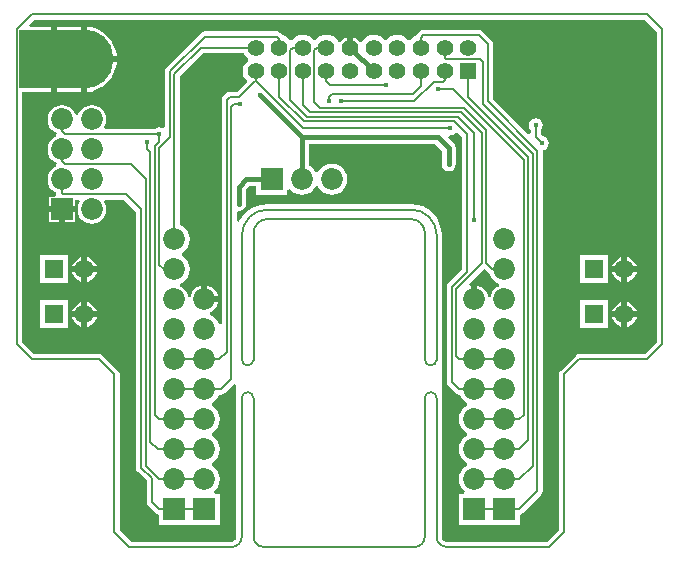
<source format=gbl>
G04 Layer_Physical_Order=2*
G04 Layer_Color=16711680*
%FSLAX43Y43*%
%MOMM*%
G71*
G01*
G75*
%ADD10R,6.000X5.000*%
%ADD19C,0.381*%
%ADD20C,0.127*%
%ADD21R,1.850X1.850*%
%ADD22C,1.850*%
%ADD23C,5.000*%
%ADD24R,1.850X1.850*%
%ADD25C,1.600*%
%ADD26R,1.600X1.600*%
%ADD27R,1.400X1.400*%
%ADD28C,1.400*%
%ADD29C,0.406*%
G36*
X39939Y-21910D02*
X39939Y-21910D01*
X40015Y-21962D01*
X40134Y-22249D01*
X40344Y-22521D01*
X40616Y-22731D01*
X40820Y-22815D01*
Y-23042D01*
X40680Y-23100D01*
X40434Y-23289D01*
X40245Y-23535D01*
X40126Y-23822D01*
X40111Y-23940D01*
X39899D01*
X39884Y-23822D01*
X39765Y-23535D01*
X39576Y-23289D01*
X39330Y-23100D01*
X39043Y-22981D01*
X38989Y-22974D01*
Y-24130D01*
X38481D01*
Y-22974D01*
X38427Y-22981D01*
X38395Y-22995D01*
X38276Y-22817D01*
X39561Y-21532D01*
X39939Y-21910D01*
D02*
G37*
G36*
X19266Y-3355D02*
X19439Y-3581D01*
X19573Y-3684D01*
X19579Y-3695D01*
Y-3925D01*
X19573Y-3936D01*
X19439Y-4039D01*
X19266Y-4265D01*
X19157Y-4528D01*
X19120Y-4810D01*
X19157Y-5092D01*
X19266Y-5355D01*
X19439Y-5581D01*
X19446Y-5694D01*
X18608Y-6532D01*
X18035D01*
X18035Y-6532D01*
X17862Y-6566D01*
X17715Y-6665D01*
X17715Y-6665D01*
X17460Y-6920D01*
X17361Y-7067D01*
X17327Y-7240D01*
Y-26213D01*
X17117Y-26255D01*
X17016Y-26011D01*
X16806Y-25739D01*
X16534Y-25529D01*
X16330Y-25445D01*
Y-25218D01*
X16470Y-25160D01*
X16716Y-24971D01*
X16905Y-24725D01*
X17024Y-24438D01*
X17031Y-24384D01*
X15875D01*
Y-24130D01*
X15621D01*
Y-22974D01*
X15567Y-22981D01*
X15280Y-23100D01*
X15034Y-23289D01*
X14845Y-23535D01*
X14726Y-23822D01*
X14711Y-23940D01*
X14499D01*
X14484Y-23822D01*
X14365Y-23535D01*
X14176Y-23289D01*
X13930Y-23100D01*
X13790Y-23042D01*
Y-22815D01*
X13994Y-22731D01*
X14266Y-22521D01*
X14476Y-22249D01*
X14607Y-21931D01*
X14652Y-21590D01*
X14607Y-21249D01*
X14476Y-20931D01*
X14266Y-20659D01*
X13994Y-20449D01*
X13935Y-20425D01*
Y-20215D01*
X13994Y-20191D01*
X14266Y-19981D01*
X14476Y-19709D01*
X14607Y-19391D01*
X14652Y-19050D01*
X14607Y-18709D01*
X14476Y-18391D01*
X14266Y-18119D01*
X13994Y-17909D01*
X13788Y-17824D01*
Y-5268D01*
X15793Y-3263D01*
X19228D01*
X19266Y-3355D01*
D02*
G37*
G36*
X54157Y-1458D02*
Y-27752D01*
X53152Y-28757D01*
X47625D01*
X47625Y-28757D01*
X47452Y-28791D01*
X47305Y-28890D01*
X47305Y-28890D01*
X46035Y-30160D01*
X45936Y-30307D01*
X45902Y-30480D01*
Y-43627D01*
X44897Y-44632D01*
X36564D01*
X36354Y-44632D01*
X36165Y-44581D01*
X36073Y-44519D01*
X36012Y-44427D01*
X35961Y-44239D01*
X35961Y-44239D01*
X35961Y-44029D01*
X35961Y-32520D01*
X35961Y-32520D01*
Y-18669D01*
X35964D01*
X35914Y-18160D01*
X35766Y-17671D01*
X35525Y-17221D01*
X35201Y-16826D01*
X34806Y-16502D01*
X34356Y-16261D01*
X33867Y-16113D01*
X33359Y-16063D01*
Y-16067D01*
X21202D01*
X21197Y-16068D01*
X20788Y-16100D01*
X20584Y-16149D01*
X20557Y-16152D01*
X20514Y-16166D01*
X20384Y-16197D01*
X20289Y-16236D01*
X20273Y-16241D01*
X20248Y-16253D01*
X20246Y-16254D01*
X20197Y-16270D01*
X20187Y-16276D01*
X20176Y-16278D01*
X20049Y-16329D01*
X20020Y-16348D01*
X20000Y-16356D01*
X19995Y-16359D01*
X19978Y-16366D01*
X19911Y-16410D01*
X19646Y-16573D01*
X19330Y-16843D01*
X19060Y-17159D01*
X18843Y-17513D01*
X18824Y-17559D01*
X18614Y-17517D01*
Y-16737D01*
X18777Y-16604D01*
X18809Y-16610D01*
X19037Y-16565D01*
X19230Y-16436D01*
X19359Y-16243D01*
X19405Y-16015D01*
X19392Y-15950D01*
Y-14833D01*
X19672Y-14553D01*
X20284D01*
Y-15276D01*
X22896D01*
Y-14852D01*
X23106Y-14781D01*
X23199Y-14901D01*
X23471Y-15111D01*
X23789Y-15242D01*
X24130Y-15287D01*
X24471Y-15242D01*
X24789Y-15111D01*
X25061Y-14901D01*
X25271Y-14629D01*
X25295Y-14570D01*
X25505D01*
X25529Y-14629D01*
X25739Y-14901D01*
X26011Y-15111D01*
X26329Y-15242D01*
X26670Y-15287D01*
X27011Y-15242D01*
X27329Y-15111D01*
X27601Y-14901D01*
X27811Y-14629D01*
X27942Y-14311D01*
X27987Y-13970D01*
X27942Y-13629D01*
X27811Y-13311D01*
X27601Y-13039D01*
X27329Y-12829D01*
X27011Y-12698D01*
X26670Y-12653D01*
X26329Y-12698D01*
X26011Y-12829D01*
X25739Y-13039D01*
X25529Y-13311D01*
X25505Y-13370D01*
X25295D01*
X25271Y-13311D01*
X25061Y-13039D01*
X24789Y-12829D01*
X24713Y-12798D01*
Y-10934D01*
X35383D01*
X35993Y-11544D01*
Y-12635D01*
X35980Y-12700D01*
X36026Y-12928D01*
X36155Y-13121D01*
X36348Y-13250D01*
X36576Y-13296D01*
X36804Y-13250D01*
X36997Y-13121D01*
X37126Y-12928D01*
X37172Y-12700D01*
X37159Y-12635D01*
Y-11303D01*
X37114Y-11080D01*
X36988Y-10891D01*
X36523Y-10426D01*
X36626Y-10232D01*
X36703Y-10248D01*
X36931Y-10202D01*
X37124Y-10073D01*
X37132Y-10062D01*
X37341Y-10042D01*
X37647Y-10348D01*
Y-21625D01*
X36510Y-22763D01*
X36411Y-22910D01*
X36377Y-23083D01*
Y-31115D01*
X36411Y-31288D01*
X36510Y-31435D01*
X37145Y-32070D01*
X37145Y-32070D01*
X37292Y-32169D01*
X37465Y-32203D01*
X37509D01*
X37594Y-32409D01*
X37804Y-32681D01*
X38076Y-32891D01*
X38135Y-32915D01*
Y-33125D01*
X38076Y-33149D01*
X37804Y-33359D01*
X37594Y-33631D01*
X37463Y-33949D01*
X37418Y-34290D01*
X37463Y-34631D01*
X37594Y-34949D01*
X37804Y-35221D01*
X38076Y-35431D01*
X38135Y-35455D01*
Y-35665D01*
X38076Y-35689D01*
X37804Y-35899D01*
X37594Y-36171D01*
X37463Y-36489D01*
X37418Y-36830D01*
X37463Y-37171D01*
X37594Y-37489D01*
X37804Y-37761D01*
X38076Y-37971D01*
X38135Y-37995D01*
Y-38205D01*
X38076Y-38229D01*
X37804Y-38439D01*
X37594Y-38711D01*
X37463Y-39029D01*
X37418Y-39370D01*
X37463Y-39711D01*
X37594Y-40029D01*
X37804Y-40301D01*
X37924Y-40394D01*
X37853Y-40604D01*
X37429D01*
Y-43216D01*
X42581D01*
Y-42356D01*
X42718Y-42329D01*
X42865Y-42230D01*
X44389Y-40706D01*
X44488Y-40559D01*
X44522Y-40386D01*
Y-11557D01*
X44512Y-11505D01*
X44678Y-11472D01*
X44871Y-11343D01*
X45000Y-11150D01*
X45046Y-10922D01*
X45000Y-10694D01*
X44871Y-10501D01*
X44678Y-10372D01*
X44507Y-10338D01*
X44395Y-10226D01*
Y-9771D01*
X44492Y-9626D01*
X44538Y-9398D01*
X44492Y-9170D01*
X44363Y-8977D01*
X44170Y-8848D01*
X43942Y-8802D01*
X43714Y-8848D01*
X43521Y-8977D01*
X43392Y-9170D01*
X43346Y-9398D01*
X43392Y-9626D01*
X43489Y-9771D01*
Y-10061D01*
X43295Y-10142D01*
X40331Y-7178D01*
Y-2540D01*
X40297Y-2367D01*
X40198Y-2220D01*
X39436Y-1458D01*
X39289Y-1359D01*
X39116Y-1325D01*
X34417D01*
X34417Y-1325D01*
X34244Y-1359D01*
X34097Y-1458D01*
X34097Y-1458D01*
X33890Y-1665D01*
X33791Y-1812D01*
X33791Y-1814D01*
X33665Y-1866D01*
X33439Y-2039D01*
X33336Y-2173D01*
X33325Y-2179D01*
X33095D01*
X33084Y-2173D01*
X32981Y-2039D01*
X32755Y-1866D01*
X32492Y-1757D01*
X32210Y-1720D01*
X31928Y-1757D01*
X31665Y-1866D01*
X31439Y-2039D01*
X31336Y-2173D01*
X31325Y-2179D01*
X31095D01*
X31084Y-2173D01*
X30981Y-2039D01*
X30755Y-1866D01*
X30492Y-1757D01*
X30210Y-1720D01*
X29928Y-1757D01*
X29665Y-1866D01*
X29439Y-2039D01*
X29266Y-2265D01*
X29255Y-2291D01*
X29136Y-2312D01*
X29023Y-2302D01*
X28890Y-2130D01*
X28691Y-1977D01*
X28464Y-1883D01*
Y-2810D01*
X27956D01*
Y-1883D01*
X27729Y-1977D01*
X27530Y-2130D01*
X27397Y-2302D01*
X27284Y-2312D01*
X27165Y-2291D01*
X27154Y-2265D01*
X26981Y-2039D01*
X26755Y-1866D01*
X26492Y-1757D01*
X26210Y-1720D01*
X25928Y-1757D01*
X25665Y-1866D01*
X25439Y-2039D01*
X25336Y-2173D01*
X25325Y-2179D01*
X25095D01*
X25084Y-2173D01*
X24981Y-2039D01*
X24755Y-1866D01*
X24492Y-1757D01*
X24210Y-1720D01*
X23928Y-1757D01*
X23665Y-1866D01*
X23439Y-2039D01*
X23336Y-2173D01*
X23325Y-2179D01*
X23095D01*
X23084Y-2173D01*
X22981Y-2039D01*
X22755Y-1866D01*
X22501Y-1761D01*
X22313Y-1572D01*
X22166Y-1474D01*
X21992Y-1439D01*
X15887D01*
X15714Y-1474D01*
X15567Y-1572D01*
X15567Y-1572D01*
X12634Y-4506D01*
X12535Y-4653D01*
X12501Y-4826D01*
Y-9496D01*
X12293Y-9610D01*
X12065Y-9564D01*
X11837Y-9610D01*
X11692Y-9707D01*
X7481D01*
X7389Y-9518D01*
X7404Y-9498D01*
X7525Y-9205D01*
X7567Y-8890D01*
X7525Y-8575D01*
X7404Y-8282D01*
X7210Y-8030D01*
X6958Y-7836D01*
X6665Y-7715D01*
X6350Y-7673D01*
X6035Y-7715D01*
X5742Y-7836D01*
X5490Y-8030D01*
X5296Y-8282D01*
X5189Y-8540D01*
X5080Y-8559D01*
X4971Y-8540D01*
X4864Y-8282D01*
X4670Y-8030D01*
X4418Y-7836D01*
X4125Y-7715D01*
X3810Y-7673D01*
X3495Y-7715D01*
X3202Y-7836D01*
X2950Y-8030D01*
X2756Y-8282D01*
X2635Y-8575D01*
X2593Y-8890D01*
X2635Y-9205D01*
X2756Y-9498D01*
X2950Y-9750D01*
X3202Y-9944D01*
X3379Y-10017D01*
X3391Y-10079D01*
X3308Y-10332D01*
X3202Y-10376D01*
X2950Y-10570D01*
X2756Y-10822D01*
X2635Y-11115D01*
X2593Y-11430D01*
X2635Y-11745D01*
X2756Y-12038D01*
X2950Y-12290D01*
X3202Y-12484D01*
X3379Y-12557D01*
X3391Y-12619D01*
X3308Y-12872D01*
X3202Y-12916D01*
X2950Y-13110D01*
X2756Y-13362D01*
X2635Y-13655D01*
X2593Y-13970D01*
X2635Y-14285D01*
X2756Y-14578D01*
X2950Y-14830D01*
X3202Y-15024D01*
X3276Y-15055D01*
X3333Y-15253D01*
X3212Y-15431D01*
X2730D01*
Y-16256D01*
X3810D01*
X4890D01*
Y-15693D01*
X5219D01*
X5311Y-15882D01*
X5296Y-15902D01*
X5175Y-16195D01*
X5133Y-16510D01*
X5175Y-16825D01*
X5296Y-17118D01*
X5490Y-17370D01*
X5742Y-17564D01*
X6035Y-17685D01*
X6350Y-17727D01*
X6665Y-17685D01*
X6958Y-17564D01*
X7210Y-17370D01*
X7404Y-17118D01*
X7525Y-16825D01*
X7567Y-16510D01*
X7525Y-16195D01*
X7404Y-15902D01*
X7389Y-15882D01*
X7481Y-15693D01*
X9083D01*
X10088Y-16698D01*
Y-38385D01*
X10122Y-38558D01*
X10221Y-38705D01*
X10977Y-39462D01*
Y-41275D01*
X11011Y-41448D01*
X11110Y-41595D01*
X11745Y-42230D01*
X11745Y-42230D01*
X11892Y-42329D01*
X12029Y-42356D01*
Y-43216D01*
X17181D01*
Y-40604D01*
X16757D01*
X16686Y-40394D01*
X16806Y-40301D01*
X17016Y-40029D01*
X17147Y-39711D01*
X17192Y-39370D01*
X17147Y-39029D01*
X17016Y-38711D01*
X16806Y-38439D01*
X16534Y-38229D01*
X16475Y-38205D01*
Y-37995D01*
X16534Y-37971D01*
X16806Y-37761D01*
X17016Y-37489D01*
X17147Y-37171D01*
X17192Y-36830D01*
X17147Y-36489D01*
X17016Y-36171D01*
X16806Y-35899D01*
X16534Y-35689D01*
X16475Y-35665D01*
Y-35455D01*
X16534Y-35431D01*
X16806Y-35221D01*
X17016Y-34949D01*
X17147Y-34631D01*
X17192Y-34290D01*
X17147Y-33949D01*
X17016Y-33631D01*
X16806Y-33359D01*
X16534Y-33149D01*
X16475Y-33125D01*
Y-32915D01*
X16534Y-32891D01*
X16806Y-32681D01*
X17016Y-32409D01*
X17101Y-32203D01*
X17272D01*
X17445Y-32169D01*
X17592Y-32070D01*
X18344Y-31319D01*
X18554Y-31406D01*
Y-32520D01*
X18554Y-32520D01*
X18554Y-44239D01*
X18556Y-44248D01*
X18528Y-44390D01*
X18442Y-44519D01*
X18313Y-44605D01*
X18170Y-44634D01*
X18161Y-44632D01*
X9713D01*
X8708Y-43627D01*
Y-30480D01*
X8708Y-30480D01*
X8674Y-30307D01*
X8575Y-30160D01*
X8575Y-30160D01*
X7305Y-28890D01*
X7158Y-28791D01*
X6985Y-28757D01*
X1458D01*
X453Y-27752D01*
Y-6564D01*
X2921D01*
Y-3810D01*
Y-1056D01*
X1129D01*
X1049Y-862D01*
X1458Y-453D01*
X53152D01*
X54157Y-1458D01*
D02*
G37*
%LPC*%
G36*
X16129Y-22974D02*
Y-23876D01*
X17031D01*
X17024Y-23822D01*
X16905Y-23535D01*
X16716Y-23289D01*
X16470Y-23100D01*
X16183Y-22981D01*
X16129Y-22974D01*
D02*
G37*
G36*
X51181Y-24370D02*
X51160Y-24373D01*
X50903Y-24479D01*
X50683Y-24648D01*
X50514Y-24868D01*
X50408Y-25125D01*
X50405Y-25146D01*
X51181D01*
Y-24370D01*
D02*
G37*
G36*
X5969D02*
Y-25146D01*
X6745D01*
X6742Y-25125D01*
X6636Y-24868D01*
X6467Y-24648D01*
X6247Y-24479D01*
X5990Y-24373D01*
X5969Y-24370D01*
D02*
G37*
G36*
X51689D02*
Y-25146D01*
X52465D01*
X52462Y-25125D01*
X52356Y-24868D01*
X52187Y-24648D01*
X51967Y-24479D01*
X51710Y-24373D01*
X51689Y-24370D01*
D02*
G37*
G36*
X4356Y-20409D02*
X1994D01*
Y-22771D01*
X4356D01*
Y-20409D01*
D02*
G37*
G36*
X5461Y-24370D02*
X5440Y-24373D01*
X5183Y-24479D01*
X4963Y-24648D01*
X4794Y-24868D01*
X4688Y-25125D01*
X4685Y-25146D01*
X5461D01*
Y-24370D01*
D02*
G37*
G36*
Y-25654D02*
X4685D01*
X4688Y-25675D01*
X4794Y-25932D01*
X4963Y-26152D01*
X5183Y-26321D01*
X5440Y-26427D01*
X5461Y-26430D01*
Y-25654D01*
D02*
G37*
G36*
X50076Y-24219D02*
X47714D01*
Y-26581D01*
X50076D01*
Y-24219D01*
D02*
G37*
G36*
X4356D02*
X1994D01*
Y-26581D01*
X4356D01*
Y-24219D01*
D02*
G37*
G36*
X52465Y-25654D02*
X51689D01*
Y-26430D01*
X51710Y-26427D01*
X51967Y-26321D01*
X52187Y-26152D01*
X52356Y-25932D01*
X52462Y-25675D01*
X52465Y-25654D01*
D02*
G37*
G36*
X51181D02*
X50405D01*
X50408Y-25675D01*
X50514Y-25932D01*
X50683Y-26152D01*
X50903Y-26321D01*
X51160Y-26427D01*
X51181Y-26430D01*
Y-25654D01*
D02*
G37*
G36*
X6745D02*
X5969D01*
Y-26430D01*
X5990Y-26427D01*
X6247Y-26321D01*
X6467Y-26152D01*
X6636Y-25932D01*
X6742Y-25675D01*
X6745Y-25654D01*
D02*
G37*
G36*
X3556Y-16764D02*
X2730D01*
Y-17590D01*
X3556D01*
Y-16764D01*
D02*
G37*
G36*
X51689Y-20560D02*
Y-21336D01*
X52465D01*
X52462Y-21315D01*
X52356Y-21058D01*
X52187Y-20838D01*
X51967Y-20669D01*
X51710Y-20563D01*
X51689Y-20560D01*
D02*
G37*
G36*
X51181D02*
X51160Y-20563D01*
X50903Y-20669D01*
X50683Y-20838D01*
X50514Y-21058D01*
X50408Y-21315D01*
X50405Y-21336D01*
X51181D01*
Y-20560D01*
D02*
G37*
G36*
X4890Y-16764D02*
X4064D01*
Y-17590D01*
X4890D01*
Y-16764D01*
D02*
G37*
G36*
X6429Y-1056D02*
X5969D01*
Y-3556D01*
X8458D01*
X8444Y-3378D01*
X8342Y-2956D01*
X8176Y-2556D01*
X7950Y-2186D01*
X7668Y-1857D01*
X7339Y-1575D01*
X6969Y-1349D01*
X6569Y-1183D01*
X6429Y-1149D01*
Y-1056D01*
D02*
G37*
G36*
X8458Y-4064D02*
X5969D01*
Y-6564D01*
X6429D01*
Y-6471D01*
X6569Y-6437D01*
X6969Y-6271D01*
X7339Y-6045D01*
X7668Y-5763D01*
X7950Y-5434D01*
X8176Y-5064D01*
X8342Y-4664D01*
X8444Y-4242D01*
X8458Y-4064D01*
D02*
G37*
G36*
X5461Y-1056D02*
X3429D01*
Y-3810D01*
Y-6564D01*
X5461D01*
Y-3810D01*
Y-1056D01*
D02*
G37*
G36*
X6745Y-21844D02*
X5969D01*
Y-22620D01*
X5990Y-22617D01*
X6247Y-22511D01*
X6467Y-22342D01*
X6636Y-22122D01*
X6742Y-21865D01*
X6745Y-21844D01*
D02*
G37*
G36*
X5461D02*
X4685D01*
X4688Y-21865D01*
X4794Y-22122D01*
X4963Y-22342D01*
X5183Y-22511D01*
X5440Y-22617D01*
X5461Y-22620D01*
Y-21844D01*
D02*
G37*
G36*
X50076Y-20409D02*
X47714D01*
Y-22771D01*
X50076D01*
Y-20409D01*
D02*
G37*
G36*
X51181Y-21844D02*
X50405D01*
X50408Y-21865D01*
X50514Y-22122D01*
X50683Y-22342D01*
X50903Y-22511D01*
X51160Y-22617D01*
X51181Y-22620D01*
Y-21844D01*
D02*
G37*
G36*
X5969Y-20560D02*
Y-21336D01*
X6745D01*
X6742Y-21315D01*
X6636Y-21058D01*
X6467Y-20838D01*
X6247Y-20669D01*
X5990Y-20563D01*
X5969Y-20560D01*
D02*
G37*
G36*
X5461D02*
X5440Y-20563D01*
X5183Y-20669D01*
X4963Y-20838D01*
X4794Y-21058D01*
X4688Y-21315D01*
X4685Y-21336D01*
X5461D01*
Y-20560D01*
D02*
G37*
G36*
X52465Y-21844D02*
X51689D01*
Y-22620D01*
X51710Y-22617D01*
X51967Y-22511D01*
X52187Y-22342D01*
X52356Y-22122D01*
X52462Y-21865D01*
X52465Y-21844D01*
D02*
G37*
%LPD*%
D10*
X3175Y-3810D02*
D03*
D19*
X24130Y-13970D02*
Y-10351D01*
X20574Y-6795D02*
X24130Y-10351D01*
X35624D01*
X36576Y-11303D01*
Y-12700D02*
Y-11303D01*
X19431Y-13970D02*
X21590D01*
X18809Y-16015D02*
Y-14592D01*
X28210Y-2810D02*
X30210Y-4810D01*
X18809Y-14592D02*
X19431Y-13970D01*
D20*
X15605Y-2810D02*
X20210D01*
X13335Y-5080D02*
X15605Y-2810D01*
X13335Y-19050D02*
Y-5080D01*
X36970Y-9030D02*
X38100Y-10160D01*
X37211Y-28956D02*
X37465Y-29210D01*
X36830Y-31115D02*
X37465Y-31750D01*
X18161Y-7874D02*
X18415Y-7620D01*
X18923D01*
X20210Y-5605D02*
X24257Y-9652D01*
X36703D01*
X20210Y-5605D02*
Y-4810D01*
X20176Y-5605D02*
X20210D01*
X18796Y-6985D02*
X20176Y-5605D01*
X18035Y-6985D02*
X18796D01*
X17780Y-7240D02*
X18035Y-6985D01*
X22210Y-6970D02*
Y-4810D01*
Y-6970D02*
X24270Y-9030D01*
X36970D01*
X24210Y-7700D02*
X24778Y-8268D01*
X24210Y-7700D02*
Y-4810D01*
X27432Y-7366D02*
X33654D01*
X3810Y-12446D02*
X4064Y-12700D01*
X3810Y-12446D02*
Y-11430D01*
X9652Y-12700D02*
X10922Y-13970D01*
Y-38227D02*
Y-13970D01*
Y-38227D02*
X12065Y-39370D01*
X4064Y-12700D02*
X9652D01*
X3810Y-15113D02*
X3937Y-15240D01*
X3810Y-15113D02*
Y-13970D01*
X9271Y-15240D02*
X10541Y-16510D01*
Y-38385D02*
Y-16510D01*
Y-38385D02*
X11430Y-39274D01*
Y-41275D02*
Y-39274D01*
Y-41275D02*
X12065Y-41910D01*
X3937Y-15240D02*
X9271D01*
X42545Y-34290D02*
X42926Y-33909D01*
X42545Y-36830D02*
X43307Y-36068D01*
X42545Y-39370D02*
X43688Y-38227D01*
X36210Y-3698D02*
X36322Y-3810D01*
X36210Y-3698D02*
Y-2810D01*
X36322Y-3810D02*
X39243D01*
X42545Y-41910D02*
X44069Y-40386D01*
X34210Y-1985D02*
X34417Y-1778D01*
X34210Y-2810D02*
Y-1985D01*
X34417Y-1778D02*
X39116D01*
X24524Y-8649D02*
X37351D01*
X37605Y-8268D02*
X39370Y-10033D01*
X24778Y-8268D02*
X37605D01*
X37859Y-7887D02*
X39751Y-9779D01*
X40259Y-21590D02*
X41275D01*
X39751Y-21082D02*
X40259Y-21590D01*
X39751Y-21082D02*
Y-9779D01*
X38735Y-17399D02*
Y-10033D01*
X37351Y-8649D02*
X38735Y-10033D01*
X42926Y-33909D02*
Y-12319D01*
X36957Y-6350D02*
X42926Y-12319D01*
X35687Y-6350D02*
X36957D01*
X43307Y-36068D02*
Y-12065D01*
X38210Y-6968D02*
X43307Y-12065D01*
X38210Y-6968D02*
Y-4810D01*
X43688Y-38227D02*
Y-11811D01*
X39497Y-7620D02*
X43688Y-11811D01*
X39497Y-7620D02*
Y-4064D01*
X39243Y-3810D02*
X39497Y-4064D01*
X44069Y-40386D02*
Y-11557D01*
X39878Y-7366D02*
X44069Y-11557D01*
X39878Y-7366D02*
Y-2540D01*
X39116Y-1778D02*
X39878Y-2540D01*
X43942Y-10414D02*
Y-9398D01*
Y-10414D02*
X44450Y-10922D01*
X17272Y-31750D02*
X18161Y-30861D01*
X17145Y-29210D02*
X17780Y-28575D01*
X18161Y-30861D02*
Y-7874D01*
X17780Y-28575D02*
Y-7240D01*
X37211Y-23241D02*
X39370Y-21082D01*
X37211Y-28956D02*
Y-23241D01*
X39370Y-21082D02*
Y-10033D01*
X36830Y-23083D02*
X38100Y-21813D01*
X36830Y-31115D02*
Y-23083D01*
X38100Y-21813D02*
Y-10160D01*
X22210Y-2810D02*
Y-2110D01*
X21992Y-1893D02*
X22210Y-2110D01*
X15887Y-1893D02*
X21992D01*
X23365Y-2810D02*
X24210D01*
X23128Y-3048D02*
X23365Y-2810D01*
X23128Y-7253D02*
Y-3048D01*
Y-7253D02*
X24524Y-8649D01*
X25384Y-2810D02*
X26210D01*
X25146Y-3048D02*
X25384Y-2810D01*
X25146Y-7379D02*
X25654Y-7887D01*
X37859D01*
X25146Y-7379D02*
Y-3048D01*
X26210Y-5636D02*
Y-4810D01*
Y-5636D02*
X26543Y-5969D01*
X31242D01*
X34210Y-6049D02*
Y-4810D01*
X33528Y-6731D02*
X34210Y-6049D01*
X36210Y-5573D02*
Y-4810D01*
X35305Y-5715D02*
X36068D01*
X36210Y-5573D01*
X33654Y-7366D02*
X35305Y-5715D01*
X12446Y-21590D02*
X13335D01*
X12065Y-21209D02*
X12446Y-21590D01*
X26416Y-6985D02*
X26670Y-6731D01*
X26416Y-7366D02*
Y-6985D01*
X26670Y-6731D02*
X33528D01*
X11303Y-36195D02*
X11938Y-36830D01*
X11684Y-33909D02*
X12065Y-34290D01*
X12954Y-4826D02*
X15887Y-1893D01*
X11303Y-36195D02*
Y-11684D01*
X11049Y-11430D02*
X11303Y-11684D01*
X11049Y-11430D02*
Y-10795D01*
X4064Y-10160D02*
X12065D01*
X3810Y-9906D02*
X4064Y-10160D01*
X3810Y-9906D02*
Y-8890D01*
X12954Y-10414D02*
Y-4826D01*
X12065Y-10764D02*
Y-10160D01*
Y-21209D02*
Y-11303D01*
X12954Y-10414D01*
X11684Y-33909D02*
Y-11145D01*
X12065Y-10764D01*
X11938Y-36830D02*
X13335D01*
X15875D01*
X12065Y-34290D02*
X13335D01*
X15875D01*
X12065Y-39370D02*
X13335D01*
X15875D01*
X12065Y-41910D02*
X13335D01*
X15875D01*
X38735D02*
X41275D01*
X42545D01*
X38735Y-39370D02*
X41275D01*
X42545D01*
X38735Y-36830D02*
X41275D01*
X42545D01*
X38735Y-34290D02*
X41275D01*
X42545D01*
X13335Y-29210D02*
X15875D01*
X17145D01*
X13335Y-31750D02*
X15875D01*
X17272D01*
X37465D02*
X38735D01*
X41275D01*
X37465Y-29210D02*
X38735D01*
X41275D01*
X33689Y-45085D02*
G03*
X34535Y-44239I0J846D01*
G01*
X20035D02*
G03*
X20881Y-45085I846J0D01*
G01*
X20035Y-32485D02*
G03*
X19035Y-32485I-500J0D01*
G01*
X18189Y-45085D02*
G03*
X19035Y-44239I-0J846D01*
G01*
X35535Y-32485D02*
G03*
X34535Y-32485I-500J0D01*
G01*
Y-29220D02*
G03*
X35535Y-29220I500J0D01*
G01*
Y-18669D02*
G03*
X33386Y-16520I-2149J0D01*
G01*
X34535Y-18510D02*
G03*
X33345Y-17320I-1190J0D01*
G01*
X21225D02*
G03*
X20035Y-18510I0J-1190D01*
G01*
X21229Y-16520D02*
G03*
X19035Y-18714I0J-2194D01*
G01*
Y-29220D02*
G03*
X20035Y-29220I500J0D01*
G01*
X35535Y-44239D02*
G03*
X36381Y-45085I846J0D01*
G01*
X54610Y-27940D02*
Y-1270D01*
X53340Y0D02*
X54610Y-1270D01*
X1270Y0D02*
X53340D01*
X46355Y-43815D02*
Y-30480D01*
X36381Y-45085D02*
X45085D01*
X46355Y-43815D01*
X8255D02*
Y-30480D01*
Y-43815D02*
X9525Y-45085D01*
X18189D01*
X0Y-27940D02*
Y-1270D01*
X1270Y0D01*
X20881Y-45085D02*
X33689D01*
X20035Y-44239D02*
Y-32520D01*
X19035Y-44239D02*
X19035Y-32520D01*
X35535D02*
X35535Y-44239D01*
X34535Y-44239D02*
Y-32520D01*
X46355Y-30480D02*
X47625Y-29210D01*
X53340D02*
X54610Y-27940D01*
X47625Y-29210D02*
X53340D01*
X0Y-27940D02*
X1270Y-29210D01*
X6985D01*
X8255Y-30480D01*
X35535Y-29220D02*
Y-18669D01*
X34535Y-29220D02*
Y-18510D01*
X21229Y-16520D02*
X33386D01*
X21225Y-17320D02*
X33345D01*
X20035Y-29220D02*
Y-18510D01*
X19035Y-29220D02*
Y-18714D01*
D21*
X3810Y-16510D02*
D03*
X13335Y-41910D02*
D03*
X41275D02*
D03*
X15875D02*
D03*
X38735D02*
D03*
D22*
X3810Y-13970D02*
D03*
Y-11430D02*
D03*
Y-8890D02*
D03*
X6350D02*
D03*
Y-11430D02*
D03*
Y-13970D02*
D03*
Y-16510D02*
D03*
X24130Y-13970D02*
D03*
X26670D02*
D03*
X13335Y-39370D02*
D03*
Y-36830D02*
D03*
Y-34290D02*
D03*
Y-31750D02*
D03*
Y-29210D02*
D03*
Y-26670D02*
D03*
Y-24130D02*
D03*
Y-21590D02*
D03*
Y-19050D02*
D03*
X41275Y-39370D02*
D03*
Y-36830D02*
D03*
Y-34290D02*
D03*
Y-31750D02*
D03*
Y-29210D02*
D03*
Y-26670D02*
D03*
Y-24130D02*
D03*
Y-21590D02*
D03*
Y-19050D02*
D03*
X15875Y-29210D02*
D03*
Y-31750D02*
D03*
Y-39370D02*
D03*
Y-36830D02*
D03*
Y-34290D02*
D03*
Y-26670D02*
D03*
Y-24130D02*
D03*
X38735Y-29210D02*
D03*
Y-31750D02*
D03*
Y-39370D02*
D03*
Y-36830D02*
D03*
Y-34290D02*
D03*
Y-26670D02*
D03*
Y-24130D02*
D03*
D23*
X5715Y-3810D02*
D03*
D24*
X21590Y-13970D02*
D03*
D25*
X5715Y-21590D02*
D03*
X51435D02*
D03*
X5715Y-25400D02*
D03*
X51435D02*
D03*
D26*
X3175Y-21590D02*
D03*
X48895D02*
D03*
X3175Y-25400D02*
D03*
X48895D02*
D03*
D27*
X38210Y-4810D02*
D03*
D28*
X36210D02*
D03*
X34210D02*
D03*
X32210D02*
D03*
X30210D02*
D03*
X28210D02*
D03*
X26210D02*
D03*
X24210D02*
D03*
X38210Y-2810D02*
D03*
X36210D02*
D03*
X34210D02*
D03*
X32210D02*
D03*
X30210D02*
D03*
X28210D02*
D03*
X26210D02*
D03*
X24210D02*
D03*
X22210D02*
D03*
Y-4810D02*
D03*
X20210D02*
D03*
Y-2810D02*
D03*
D29*
X27432Y-7366D02*
D03*
X26416D02*
D03*
X36703Y-9652D02*
D03*
X35687Y-6350D02*
D03*
X18923Y-7620D02*
D03*
X20574Y-6795D02*
D03*
X31242Y-5969D02*
D03*
X47752Y-12446D02*
D03*
X36576Y-12700D02*
D03*
X38735Y-17399D02*
D03*
X44450Y-10922D02*
D03*
X43942Y-9398D02*
D03*
X18809Y-16015D02*
D03*
X17653Y-4445D02*
D03*
X26670Y-12065D02*
D03*
X45085Y-24130D02*
D03*
X37084Y-20066D02*
D03*
X12065Y-10160D02*
D03*
X11049Y-10795D02*
D03*
M02*

</source>
